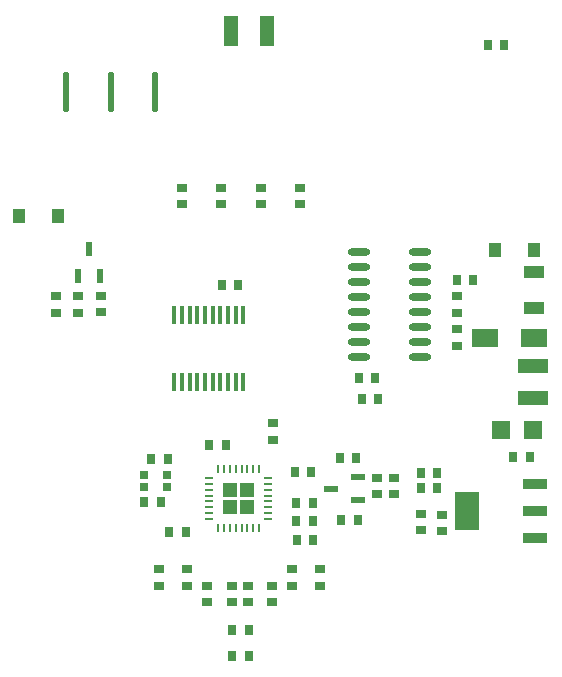
<source format=gtp>
G04*
G04 #@! TF.GenerationSoftware,Altium Limited,Altium Designer,21.0.8 (223)*
G04*
G04 Layer_Color=8421504*
%FSTAX24Y24*%
%MOIN*%
G70*
G04*
G04 #@! TF.SameCoordinates,10F33D99-08B0-41F8-98B5-3503CEFC6C94*
G04*
G04*
G04 #@! TF.FilePolarity,Positive*
G04*
G01*
G75*
%ADD19R,0.0471X0.0471*%
%ADD20R,0.0471X0.0471*%
%ADD21R,0.0315X0.0354*%
%ADD22R,0.0335X0.0295*%
%ADD23R,0.0354X0.0315*%
%ADD24R,0.0827X0.0354*%
%ADD25R,0.0827X0.1260*%
%ADD26R,0.1024X0.0472*%
%ADD27R,0.0591X0.0630*%
%ADD28R,0.0866X0.0591*%
%ADD29R,0.0689X0.0433*%
%ADD30R,0.0394X0.0472*%
%ADD31R,0.0472X0.0984*%
%ADD32O,0.0197X0.1378*%
%ADD33R,0.0118X0.0610*%
%ADD34R,0.0295X0.0335*%
%ADD35R,0.0110X0.0315*%
%ADD36R,0.0315X0.0110*%
%ADD37O,0.0748X0.0236*%
%ADD38R,0.0453X0.0236*%
%ADD39R,0.0295X0.0276*%
%ADD40R,0.0236X0.0453*%
D19*
X024725Y030345D02*
D03*
X025275Y030893D02*
D03*
D20*
X024726Y030894D02*
D03*
X025274Y030343D02*
D03*
D21*
X029562Y034627D02*
D03*
X029011D02*
D03*
X031626Y03148D02*
D03*
X031075D02*
D03*
X03163Y030965D02*
D03*
X031079D02*
D03*
X034161Y031992D02*
D03*
X034713D02*
D03*
X024443Y037733D02*
D03*
X024994D02*
D03*
X029098Y033932D02*
D03*
X029649D02*
D03*
X032821Y037901D02*
D03*
X032269D02*
D03*
X02185Y030499D02*
D03*
X022402D02*
D03*
X022085Y031929D02*
D03*
X022637D02*
D03*
X027484Y02922D02*
D03*
X026933D02*
D03*
X024791Y025381D02*
D03*
X025342D02*
D03*
X024791Y026248D02*
D03*
X025342D02*
D03*
X024571Y032402D02*
D03*
X02402D02*
D03*
X022685Y029516D02*
D03*
X023236D02*
D03*
D22*
X02615Y033118D02*
D03*
Y032567D02*
D03*
X024429Y040978D02*
D03*
Y040427D02*
D03*
X023126D02*
D03*
Y040978D02*
D03*
X027035Y040427D02*
D03*
Y040978D02*
D03*
X025732D02*
D03*
Y040427D02*
D03*
X018913Y036815D02*
D03*
Y037366D02*
D03*
X029626Y030755D02*
D03*
Y031306D02*
D03*
X026795Y027704D02*
D03*
Y028255D02*
D03*
X025319Y027705D02*
D03*
Y027154D02*
D03*
X024776Y027705D02*
D03*
Y027154D02*
D03*
X023289Y027704D02*
D03*
Y028256D02*
D03*
X019657Y036811D02*
D03*
Y037362D02*
D03*
X020398Y036819D02*
D03*
Y03737D02*
D03*
D23*
X031082Y029562D02*
D03*
Y030113D02*
D03*
X031783Y029528D02*
D03*
Y030079D02*
D03*
X032269Y036264D02*
D03*
Y035713D02*
D03*
Y0368D02*
D03*
Y037352D02*
D03*
X030166Y031306D02*
D03*
Y030755D02*
D03*
X02772Y027705D02*
D03*
Y028256D02*
D03*
X026115Y027153D02*
D03*
Y027704D02*
D03*
X023945Y027153D02*
D03*
Y027704D02*
D03*
X022335Y028256D02*
D03*
Y027705D02*
D03*
D24*
X034872Y029294D02*
D03*
Y0302D02*
D03*
Y031105D02*
D03*
D25*
X032628Y0302D02*
D03*
D26*
X03482Y033981D02*
D03*
Y035044D02*
D03*
D27*
X03375Y032894D02*
D03*
X034813D02*
D03*
D28*
X034862Y035961D02*
D03*
X033209D02*
D03*
D29*
X034836Y038171D02*
D03*
Y036951D02*
D03*
D30*
X034843Y038916D02*
D03*
X033542D02*
D03*
X017691Y040043D02*
D03*
X018991D02*
D03*
D31*
X024764Y046203D02*
D03*
X025945D02*
D03*
D32*
X022221Y044169D02*
D03*
X020741D02*
D03*
X019261D02*
D03*
D33*
X025162Y036718D02*
D03*
X024906D02*
D03*
X02465D02*
D03*
X024395D02*
D03*
X024139D02*
D03*
X023883D02*
D03*
X023627D02*
D03*
X023371D02*
D03*
X023115D02*
D03*
X022859D02*
D03*
Y034513D02*
D03*
X023115D02*
D03*
X023371D02*
D03*
X023627D02*
D03*
X023883D02*
D03*
X024139D02*
D03*
X024395D02*
D03*
X02465D02*
D03*
X024906D02*
D03*
X025162D02*
D03*
D34*
X033858Y045748D02*
D03*
X033307D02*
D03*
X02748Y029854D02*
D03*
X026929D02*
D03*
X028429Y029898D02*
D03*
X02898D02*
D03*
X028376Y031981D02*
D03*
X028927D02*
D03*
X027425Y031504D02*
D03*
X026874D02*
D03*
X026929Y030481D02*
D03*
X02748D02*
D03*
D35*
X024311Y029634D02*
D03*
X024507D02*
D03*
X024704D02*
D03*
X024901D02*
D03*
X025098D02*
D03*
X025295D02*
D03*
X025491D02*
D03*
X025688D02*
D03*
Y031602D02*
D03*
X025491D02*
D03*
X025295D02*
D03*
X025098D02*
D03*
X024901D02*
D03*
X024704D02*
D03*
X024507D02*
D03*
X024311D02*
D03*
D36*
X025984Y029929D02*
D03*
Y030126D02*
D03*
Y030323D02*
D03*
Y03052D02*
D03*
Y030716D02*
D03*
Y030913D02*
D03*
Y03111D02*
D03*
Y031307D02*
D03*
X024015D02*
D03*
Y03111D02*
D03*
Y030913D02*
D03*
Y030716D02*
D03*
Y03052D02*
D03*
Y030323D02*
D03*
Y030126D02*
D03*
Y029929D02*
D03*
D37*
X029006Y038826D02*
D03*
Y038326D02*
D03*
Y037826D02*
D03*
Y037326D02*
D03*
Y036826D02*
D03*
Y036326D02*
D03*
Y035826D02*
D03*
Y035326D02*
D03*
X031053Y038826D02*
D03*
Y038326D02*
D03*
Y037826D02*
D03*
Y037326D02*
D03*
Y036826D02*
D03*
Y036326D02*
D03*
Y035826D02*
D03*
Y035326D02*
D03*
D38*
X028968Y030572D02*
D03*
Y03132D02*
D03*
X028082Y030946D02*
D03*
D39*
X022627Y031011D02*
D03*
X021859D02*
D03*
Y031405D02*
D03*
X022627D02*
D03*
D40*
X019642Y038045D02*
D03*
X02039D02*
D03*
X020016Y038931D02*
D03*
M02*

</source>
